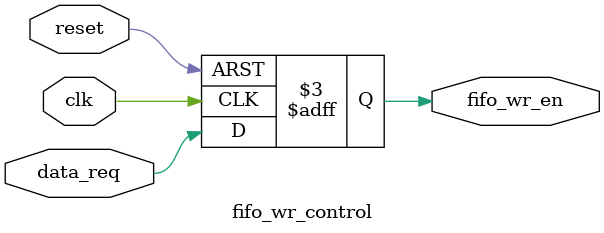
<source format=v>
module fifo_wr_control(clk,data_req,reset, fifo_wr_en);

input clk, data_req,reset;
output reg fifo_wr_en;

//fifo_wr_en signal is 1 period after data req;

always @(posedge clk or negedge reset) begin
if (!reset)
	fifo_wr_en<= 0;
else
	fifo_wr_en <= data_req;
end

endmodule
</source>
